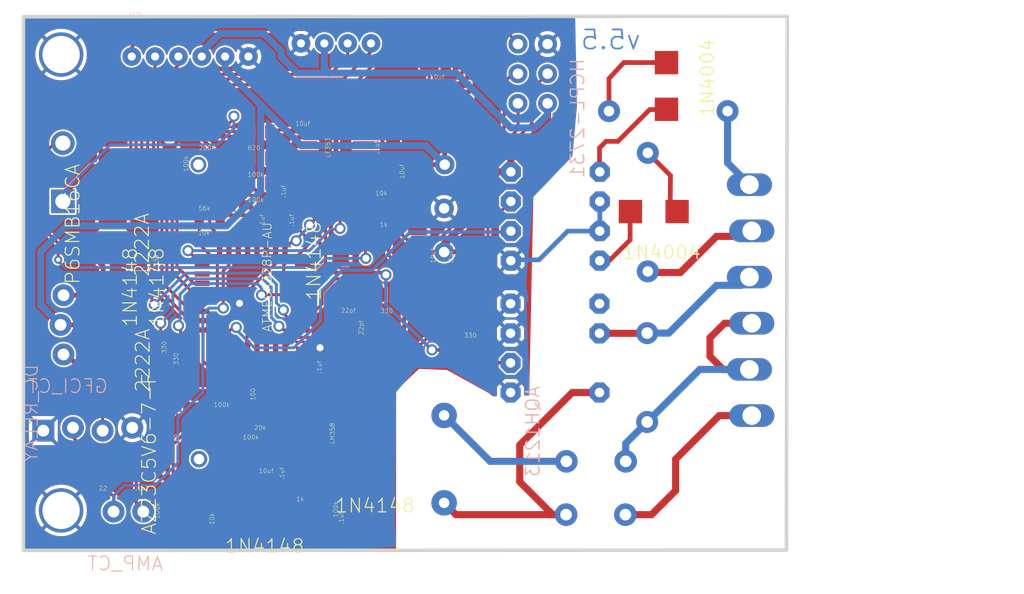
<source format=kicad_pcb>
(kicad_pcb (version 20221018) (generator pcbnew)
  (layers (0 "F.Cu" signal) (31 "B.Cu" signal) (34 "B.Paste" user) (35 "F.Paste" user) (36 "B.SilkS" user "B.Silkscreen") (37 "F.SilkS" user "F.Silkscreen") (38 "B.Mask" user) (39 "F.Mask" user) (44 "Edge.Cuts" user))
  (net 0 "")
  (net 1 "+5V")
  (net 2 "GND")
  (net 3 "RX-I")
  (net 4 "TX")
  (net 5 "RST")
  (net 6 "PWM")
  (net 7 "N$2")
  (net 8 "+12V")
  (net 9 "PILOT")
  (net 10 "MOSI")
  (net 11 "SCK")
  (net 12 "MISO")
  (net 13 "DC_RELAY_2")
  (net 14 "N$11")
  (net 15 "N$10")
  (net 16 "N$44")
  (net 17 "PILOTREAD")
  (net 18 "AC_TEST")
  (net 19 "SDA")
  (net 20 "SCL")
  (net 21 "GFCI_INT")
  (net 22 "-12V")
  (net 23 "N$8")
  (net 24 "N$20")
  (net 25 "N$23")
  (net 26 "N$24")
  (net 27 "N$25")
  (net 28 "N$26")
  (net 29 "N$4")
  (net 30 "N$5")
  (net 31 "N$21")
  (net 32 "GFCI_TEST")
  (net 33 "AC_RELAY_1")
  (net 34 "ADC6")
  (net 35 "ADC7")
  (net 36 "ACIN1")
  (net 37 "ACIN2")
  (net 38 "ACTEST2")
  (net 39 "ADC3")
  (net 40 "PP_READ")
  (net 41 "FUSEL")
  (net 42 "FUSEN")
  (net 43 "N$30")
  (net 44 "N$22")
  (net 45 "PP")
  (net 46 "DC_RELAY_1")
  (net 47 "AMP_READ")
  (net 48 "N$7")
  (net 49 "N$1")
  (net 50 "N$6")
  (net 51 "AC_TEST_2")
  (net 52 "ACTEST1")
  (net 53 "N$18")
  (net 54 "ACRELAY")
  (net 55 "N$9")
  (net 56 "N$12")
  (net 57 "N$13")
  (net 58 "N$17")
  (net 59 "N$19")
  (net 60 "N$27")
  (net 61 "N$28")
  (footprint "SOT23" (layer "F.Cu") (at 155.4099 79.9338 90)
    (fp_text reference "Q3" hide)
    (fp_text value "2222A")
  )
  (footprint "0805" (layer "F.Cu") (at 164.3761 76.6116)
    (fp_text reference "R10" hide)
    (fp_text value "10k")
  )
  (footprint "SO08" (layer "F.Cu") (at 174.2567 94.8436 90)
    (fp_text reference "IC3" hide)
    (fp_text value "LM358")
  )
  (footprint "SMA" (layer "F.Cu") (at 203.5175 65.405 90)
    (fp_text reference "D7" hide)
    (fp_text value "1N4004")
  )
  (footprint "0805" (layer "F.Cu") (at 164.4471 69.3166)
    (fp_text reference "R7" hide)
    (fp_text value "200k")
  )
  (footprint "0805" (layer "F.Cu") (at 161.8837 88.2746 -90)
    (fp_text reference "R23" hide)
    (fp_text value "330")
  )
  (footprint "0805" (layer "F.Cu") (at 168.6381 69.3166)
    (fp_text reference "R1" hide)
    (fp_text value "620")
  )
  (footprint "SMB" (layer "F.Cu") (at 156.0703 74.168 -90)
    (fp_text reference "TVS0" hide)
    (fp_text value "P6SMB16CA")
  )
  (footprint "0805" (layer "F.Cu") (at 165.1127 94.1324 180)
    (fp_text reference "R25" hide)
    (fp_text value "100k")
  )
  (footprint "EIA3216" (layer "F.Cu") (at 182.1833 78.8936 -90)
    (fp_text reference "C4" hide)
    (fp_text value "10uf")
  )
  (footprint "EIA3216" (layer "F.Cu") (at 182.2011 73.8036 90)
    (fp_text reference "C13" hide)
    (fp_text value "10uf")
  )
  (footprint "HOLE" (layer "F.Cu") (at 151.6507 101.8032)
    (fp_text reference "U$4" hide)
    (fp_text value "HOLE" hide)
  )
  (footprint "0805" (layer "F.Cu") (at 168.2115 94.1324)
    (fp_text reference "R14" hide)
    (fp_text value "100k")
  )
  (footprint "HOLE" (layer "F.Cu") (at 151.6507 62.7126)
    (fp_text reference "U$3" hide)
    (fp_text value "HOLE" hide)
  )
  (footprint "OSHW_8X150_NOTEXT" (layer "F.Cu") (at 203.5175 103.9876)
    (fp_text reference "LOGO1" hide)
    (fp_text value "OSHW_LOGO_8MILX0150-NT" hide)
  )
  (footprint "1206-CAP" (layer "F.Cu") (at 184.6011 63.1036)
    (fp_text reference "C5" hide)
    (fp_text value "10uf")
  )
  (footprint "0805" (layer "F.Cu") (at 180.0011 83.3036)
    (fp_text reference "R12" hide)
    (fp_text value "330")
  )
  (footprint "" (layer "F.Cu") (at 210.4513 62.6968)
    (fp_text reference "@HOLE0" hide)
    (fp_text value "")
  )
  (footprint "SMA" (layer "F.Cu") (at 202.4253 76.1746)
    (fp_text reference "D8" hide)
    (fp_text value "1N4004")
  )
  (footprint "0805" (layer "F.Cu") (at 176.6241 83.2612)
    (fp_text reference "C2" hide)
    (fp_text value "22pf")
  )
  (footprint "0805" (layer "F.Cu") (at 164.4217 74.4982)
    (fp_text reference "R5" hide)
    (fp_text value "56k")
  )
  (footprint "0805" (layer "F.Cu") (at 168.6381 73.7616)
    (fp_text reference "R8" hide)
    (fp_text value "100k")
  )
  (footprint "SOD123" (layer "F.Cu") (at 157.5435 85.0392 90)
    (fp_text reference "D5" hide)
    (fp_text value "1N4148")
  )
  (footprint "0805" (layer "F.Cu") (at 172.3771 89.0524 90)
    (fp_text reference "C8" hide)
    (fp_text value ".1uf")
  )
  (footprint "0805" (layer "F.Cu") (at 158.4103 79.9152 90)
    (fp_text reference "R11" hide)
    (fp_text value "330")
  )
  (footprint "0805" (layer "F.Cu") (at 170.0149 76.4794 90)
    (fp_text reference "C10" hide)
    (fp_text value ".1uf")
  )
  (footprint "0805" (layer "F.Cu") (at 168.2115 96.1136 180)
    (fp_text reference "R15" hide)
    (fp_text value "20k")
  )
  (footprint "SOT23" (layer "F.Cu") (at 155.4735 89.843 90)
    (fp_text reference "Q2" hide)
    (fp_text value "2222A")
  )
  (footprint "0805" (layer "F.Cu") (at 171.4627 102.235 180)
    (fp_text reference "R20" hide)
    (fp_text value "1k")
  )
  (footprint "0805" (layer "F.Cu") (at 163.1871 102.0268 90)
    (fp_text reference "R19" hide)
    (fp_text value "10k")
  )
  (footprint "0805" (layer "F.Cu") (at 174.2567 102.0064 90)
    (fp_text reference "C7" hide)
    (fp_text value ".1uf")
  )
  (footprint "0805" (layer "F.Cu") (at 172.1011 74.9036 -90)
    (fp_text reference "C15" hide)
    (fp_text value ".1uf")
  )
  (footprint "0805" (layer "F.Cu") (at 166.6875 91.3892 90)
    (fp_text reference "R18" hide)
    (fp_text value "100")
  )
  (footprint "0805" (layer "F.Cu") (at 180.1011 71.1036 -90)
    (fp_text reference "C16" hide)
    (fp_text value ".1uf")
  )
  (footprint "0805" (layer "F.Cu") (at 161.3027 102.1334 -90)
    (fp_text reference "R21" hide)
    (fp_text value "100k")
  )
  (footprint "SOD123" (layer "F.Cu") (at 175.6029 78.0288 -90)
    (fp_text reference "D6" hide)
    (fp_text value "1N4148")
  )
  (footprint "0805" (layer "F.Cu") (at 186.2455 88.1888 180)
    (fp_text reference "R29" hide)
    (fp_text value "330")
  )
  (footprint "0805" (layer "F.Cu") (at 158.9913 98.487)
    (fp_text reference "C11" hide)
    (fp_text value ".1uf")
  )
  (footprint "" (layer "F.Cu") (at 210.4545 101.762)
    (fp_text reference "@HOLE1" hide)
    (fp_text value "")
  )
  (footprint "TQFP32-08" (layer "F.Cu") (at 168.0301 83.5316 90)
    (fp_text reference "IC2" hide)
    (fp_text value "ATMEGA328P-AU")
  )
  (footprint "0805" (layer "F.Cu") (at 160.1073 88.3492 90)
    (fp_text reference "R24" hide)
    (fp_text value "330")
  )
  (footprint "SOT23" (layer "F.Cu") (at 162.3567 91.8878 -90)
    (fp_text reference "D1" hide)
    (fp_text value "AZ23C5V6-7-F")
  )
  (footprint "0805" (layer "F.Cu") (at 178.6001 75.9968 180)
    (fp_text reference "R2" hide)
    (fp_text value "10k")
  )
  (footprint "NX3225" (layer "F.Cu") (at 176.0347 86.6394 -90)
    (fp_text reference "Q1" hide)
    (fp_text value "16000" hide)
  )
  (footprint "0805" (layer "F.Cu") (at 178.7525 86.4922 -90)
    (fp_text reference "C1" hide)
    (fp_text value "22pf")
  )
  (footprint "SOD123" (layer "F.Cu") (at 155.2575 85.0392 90)
    (fp_text reference "D2" hide)
    (fp_text value "1N4148")
  )
  (footprint "0805" (layer "F.Cu") (at 178.6255 78.6892 180)
    (fp_text reference "R3" hide)
    (fp_text value "1k")
  )
  (footprint "0805" (layer "F.Cu") (at 171.9707 99.0854 -90)
    (fp_text reference "C9" hide)
    (fp_text value ".1uf")
  )
  (footprint "0805" (layer "F.Cu") (at 168.6381 71.6026)
    (fp_text reference "R9" hide)
    (fp_text value "100k")
  )
  (footprint "1206-CAP" (layer "F.Cu") (at 173.1011 67.1036)
    (fp_text reference "C6" hide)
    (fp_text value "10uf")
  )
  (footprint "0805" (layer "F.Cu") (at 155.8671 98.5124)
    (fp_text reference "R26" hide)
    (fp_text value "22")
  )
  (footprint "0805" (layer "F.Cu") (at 160.1679 95.3342 90)
    (fp_text reference "R17" hide)
    (fp_text value "412")
  )
  (footprint "0805" (layer "F.Cu") (at 176.5681 102.0064 -90)
    (fp_text reference "R16" hide)
    (fp_text value "100k")
  )
  (footprint "SO-8" (layer "F.Cu") (at 183.3011 67.2036 180)
    (fp_text reference "IC6" hide)
    (fp_text value "TC1044S" hide)
  )
  (footprint "0805" (layer "F.Cu") (at 186.4337 80.5214 -90)
    (fp_text reference "C3" hide)
    (fp_text value ".1uf")
  )
  (footprint "SOD123" (layer "F.Cu") (at 176.1617 99.0854)
    (fp_text reference "D3" hide)
    (fp_text value "1N4148")
  )
  (footprint "SO08" (layer "F.Cu") (at 175.1421 71.0856 -90)
    (fp_text reference "IC4" hide)
    (fp_text value "LF353")
  )
  (footprint "EIA3216" (layer "F.Cu") (at 168.1607 99.7458)
    (fp_text reference "C14" hide)
    (fp_text value "10uf")
  )
  (footprint "0805" (layer "F.Cu") (at 160.9471 71.7602 90)
    (fp_text reference "R6" hide)
    (fp_text value "100k")
  )
  (footprint "SOD123" (layer "F.Cu") (at 166.7129 102.5652)
    (fp_text reference "D4" hide)
    (fp_text value "1N4148")
  )
  (footprint "0805" (layer "F.Cu") (at 167.4861 76.5032 90)
    (fp_text reference "C12" hide)
    (fp_text value ".1uf")
  )
  (footprint "MOV" (layer "B.Cu") (at 199.3225 85.3264 90)
    (fp_text reference "U$1" hide)
    (fp_text value "MOV" hide)
  )
  (footprint "GFCI_4" (layer "B.Cu") (at 150.1267 94.8358)
    (fp_text reference "GFCI_CT0" hide)
    (fp_text value "GFCI_CT")
  )
  (footprint "JST6" (layer "B.Cu") (at 162.7011 62.6036 180)
    (fp_text reference "COMM0" hide)
    (fp_text value "JST6")
  )
  (footprint "BELFUSE1A" (layer "B.Cu") (at 193.2559 104.1654 90)
    (fp_text reference "F2" hide)
    (fp_text value "BEL1AFUSE" hide)
  )
  (footprint "AXIAL-0.4" (layer "B.Cu") (at 203.6699 67.564 180)
    (fp_text reference "R4" hide)
    (fp_text value "330k" hide)
  )
  (footprint "JST-VH-6" (layer "B.Cu") (at 210.8231 81.7914)
    (fp_text reference "AC0" hide)
    (fp_text value "JST-VH-6" hide)
  )
  (footprint "BELFUSE1A" (layer "B.Cu") (at 193.2813 99.5934 90)
    (fp_text reference "F1" hide)
    (fp_text value "BEL1AFUSE" hide)
  )
  (footprint "AVRISP" (layer "B.Cu") (at 192.0585 64.3546)
    (fp_text reference "ISP1" hide)
    (fp_text value "AVRISP-6" hide)
  )
  (footprint "AXIAL-0.4" (layer "B.Cu") (at 201.9173 76.2254 90)
    (fp_text reference "R22" hide)
    (fp_text value "330K" hide)
  )
  (footprint "MPM-04E-1205" (layer "B.Cu") (at 187.4647 104.902 180)
    (fp_text reference "PS1" hide)
    (fp_text value "MPM-04E-1205" hide)
  )
  (footprint "MOLEX_2" (layer "B.Cu") (at 157.4165 101.9048 180)
    (fp_text reference "AMP_CT0" hide)
    (fp_text value "AMP_CT")
  )
  (footprint "SCREWTERMINAL-5MM-2" (layer "B.Cu") (at 151.8011 75.3036 90)
    (fp_text reference "PILOT0" hide)
    (fp_text value "")
  )
  (footprint "OSHW_8X150_NOTEXT" (layer "B.Cu") (at 207.5307 104.0638 180)
    (fp_text reference "LOGO2" hide)
    (fp_text value "OSHW_LOGO_8MILX0150-NT" hide)
  )
  (footprint "JST-4-PTH-VERT" (layer "B.Cu") (at 175.2011 62.3036)
    (fp_text reference "I2C0" hide)
    (fp_text value "")
  )
  (footprint "DIP08" (layer "B.Cu") (at 193.9925 76.581 -90)
    (fp_text reference "IC1" hide)
    (fp_text value "HCPL-2731")
  )
  (footprint "MOLEX_3" (layer "B.Cu") (at 151.7285 85.891 90)
    (fp_text reference "DC_RELAY0" hide)
    (fp_text value "DC_RELAY")
  )
  (footprint "DIP7" (layer "B.Cu") (at 193.9671 87.884 90)
    (fp_text reference "IC5" hide)
    (fp_text value "AQH1213")
  )
  (gr_line (start 213.7897 105.2036) (end 148.4181 105.2306) (stroke (width 0.3048)) (layer "Edge.Cuts"))
  (gr_line (start 148.4181 105.2306) (end 148.4181 59.4734) (stroke (width 0.3048)) (layer "Edge.Cuts"))
  (gr_line (start 148.4181 59.4734) (end 213.8659 59.4274) (stroke (width 0.3048)) (layer "Edge.Cuts"))
  (gr_line (start 213.8659 59.4274) (end 213.7897 105.2036) (stroke (width 0.3048)) (layer "Edge.Cuts"))
  (gr_text "v5.5" (at 201.4011 62.4036) (layer "B.Cu") (effects (font (size 1.63576 1.63576) (thickness 0.14224)) (justify left bottom mirror)))
  (segment (start 172.8011 89.9144) (end 170.2673 89.9144) (width 0.254) (layer "F.Cu") (net 1))
  (segment (start 166.0271 94.118) (end 166.0127 94.1324) (width 0.254) (layer "F.Cu") (net 1))
  (segment (start 169.1201 76.4846) (end 165.4031 76.4846) (width 0.3048) (layer "F.Cu") (net 1))
  (segment (start 170.0301 79.239) (end 170.0465 79.2226) (width 0.254) (layer "F.Cu") (net 1))
  (segment (start 166.0491 73.9936) (end 166.5351 73.5076) (width 0.254) (layer "F.Cu") (net 1))
  (segment (start 167.6301 88.3638) (end 167.5765 88.4174) (width 0.254) (layer "F.Cu") (net 1))
  (segment (start 168.2115 92.3036) (end 167.3115 91.4036) (width 0.254) (layer "F.Cu") (net 1))
  (segment (start 169.2275 88.9254) (end 169.2529 88.9) (width 0.254) (layer "F.Cu") (net 1))
  (segment (start 171.842 98.0567) (end 171.831 98.0567) (width 0.254) (layer "F.Cu") (net 1))
  (segment (start 171.831 98.0567) (end 171.6405 97.8662) (width 0.254) (layer "F.Cu") (net 1))
  (segment (start 165.8081 90.078) (end 165.8081 91.4036) (width 0.254) (layer "F.Cu") (net 1))
  (segment (start 167.9941 82.6706) (end 167.9941 83.9456) (width 0.254) (layer "F.Cu") (net 1))
  (segment (start 171.6405 96.7486) (end 171.6405 97.8662) (width 0.254) (layer "F.Cu") (net 1))
  (segment (start 169.2529 88.9) (end 169.2529 87.847) (width 0.3048) (layer "F.Cu") (net 1))
  (segment (start 172.9011 89.8144) (end 172.4533 89.8144) (width 0.3048) (layer "F.Cu") (net 1))
  (segment (start 166.2303 85.1408) (end 167.0685 85.1408) (width 0.254) (layer "F.Cu") (net 1))
  (segment (start 181.0495 83.452) (end 180.9011 83.3036) (width 0.3048) (layer "F.Cu") (net 1))
  (segment (start 178.2413 89.9144) (end 181.0495 87.1062) (width 0.3048) (layer "F.Cu") (net 1))
  (segment (start 193.3285 66.8946) (end 193.3285 68.425) (width 0.6096) (layer "F.Cu") (net 1))
  (segment (start 169.2529 87.847) (end 169.2301 87.8242) (width 0.3048) (layer "F.Cu") (net 1))
  (segment (start 184.4953 79.6214) (end 186.4337 79.6214) (width 0.4064) (layer "F.Cu") (net 1))
  (segment (start 184.4647 78.966188) (end 184.4647 79.652) (width 0.6096) (layer "F.Cu") (net 1))
  (segment (start 182.1833 80.2936) (end 182.1833 82.0214) (width 0.4064) (layer "F.Cu") (net 1))
  (segment (start 173.5201 96.2406) (end 173.5201 92.5322) (width 0.254) (layer "F.Cu") (net 1))
  (segment (start 166.0127 93.509532) (end 166.0127 94.1324) (width 0.254) (layer "F.Cu") (net 1))
  (segment (start 164.4269 87.1474) (end 164.4269 88.6968) (width 0.254) (layer "F.Cu") (net 1))
  (segment (start 173.0375 96.7486) (end 173.0375 96.7232) (width 0.254) (layer "F.Cu") (net 1))
  (segment (start 169.2301 87.8242) (end 169.2731 87.8672) (width 0.3048) (layer "F.Cu") (net 1))
  (segment (start 180.0911 80.2936) (end 182.1833 80.2936) (width 0.254) (layer "F.Cu") (net 1))
  (segment (start 170.0911 79.2226) (end 170.0911 77.4556) (width 0.3048) (layer "F.Cu") (net 1))
  (segment (start 170.0301 80.6346) (end 170.0301 79.239) (width 0.254) (layer "F.Cu") (net 1))
  (segment (start 165.2761 74.2136) (end 165.3217 74.4982) (width 0.3048) (layer "F.Cu") (net 1))
  (segment (start 182.1833 82.0214) (end 180.9011 83.3036) (width 0.4064) (layer "F.Cu") (net 1))
  (segment (start 184.4647 79.652) (end 184.4953 79.6214) (width 0.4064) (layer "F.Cu") (net 1))
  (segment (start 169.1201 76.4846) (end 170.0149 77.3794) (width 0.3048) (layer "F.Cu") (net 1))
  (segment (start 172.3771 89.8906) (end 172.4533 89.8144) (width 0.254) (layer "F.Cu") (net 1))
  (segment (start 165.3471 73.9936) (end 166.0491 73.9936) (width 0.254) (layer "F.Cu") (net 1))
  (segment (start 173.5201 92.5322) (end 173.2915 92.3036) (width 0.254) (layer "F.Cu") (net 1))
  (segment (start 167.5765 85.6488) (end 167.5765 88.4174) (width 0.254) (layer "F.Cu") (net 1))
  (segment (start 169.2021 87.8586) (end 169.2021 85.1536) (width 0.254) (layer "F.Cu") (net 1))
  (segment (start 184.4647 79.652) (end 184.3937 79.2202) (width 0.4064) (layer "F.Cu") (net 1))
  (segment (start 167.0431 71.7296) (end 167.8051 71.7296) (width 0.254) (layer "F.Cu") (net 1))
  (segment (start 167.5765 88.4174) (end 167.5765 88.5952) (width 0.254) (layer "F.Cu") (net 1))
  (segment (start 167.8051 71.7296) (end 167.8051 71.6696) (width 0.254) (layer "F.Cu") (net 1))
  (segment (start 165.8081 93.304932) (end 166.0127 93.509532) (width 0.254) (layer "F.Cu") (net 1))
  (segment (start 166.5351 72.2376) (end 167.0431 71.7296) (width 0.254) (layer "F.Cu") (net 1))
  (segment (start 171.9707 98.1854) (end 171.842 98.0567) (width 0.254) (layer "F.Cu") (net 1))
  (segment (start 179.7011 78.8648) (end 179.7011 79.9036) (width 0.254) (layer "F.Cu") (net 1))
  (segment (start 179.5255 78.6892) (end 179.7011 78.8648) (width 0.254) (layer "F.Cu") (net 1))
  (segment (start 190.1825 71.571) (end 190.1825 72.771) (width 0.6096) (layer "F.Cu") (net 1))
  (segment (start 165.8081 91.4036) (end 165.8081 93.304932) (width 0.254) (layer "F.Cu") (net 1))
  (segment (start 166.5351 73.5076) (end 166.5351 72.2376) (width 0.254) (layer "F.Cu") (net 1))
  (segment (start 166.0127 94.1324) (end 167.3115 94.1324) (width 0.254) (layer "F.Cu") (net 1))
  (segment (start 188.7825 72.771) (end 186.5859 74.9676) (width 0.6096) (layer "F.Cu") (net 1))
  (segment (start 165.3667 86.2076) (end 164.4269 87.1474) (width 0.254) (layer "F.Cu") (net 1))
  (segment (start 164.4269 88.6968) (end 165.8081 90.078) (width 0.254) (layer "F.Cu") (net 1))
  (segment (start 167.9941 82.6706) (end 170.0301 80.6346) (width 0.254) (layer "F.Cu") (net 1))
  (segment (start 182.1833 80.2936) (end 182.8249 79.652) (width 0.4064) (layer "F.Cu") (net 1))
  (segment (start 167.9067 88.9254) (end 169.2275 88.9254) (width 0.254) (layer "F.Cu") (net 1))
  (segment (start 186.5859 74.9676) (end 186.5859 76.844988) (width 0.6096) (layer "F.Cu") (net 1))
  (segment (start 167.3115 91.4036) (end 165.8081 91.4036) (width 0.254) (layer "F.Cu") (net 1))
  (segment (start 181.0495 87.1062) (end 181.0495 83.452) (width 0.3048) (layer "F.Cu") (net 1))
  (segment (start 179.7011 79.9036) (end 180.0911 80.2936) (width 0.254) (layer "F.Cu") (net 1))
  (segment (start 171.6405 96.7486) (end 173.0375 96.7486) (width 0.254) (layer "F.Cu") (net 1))
  (segment (start 186.5859 76.844988) (end 184.4647 78.966188) (width 0.6096) (layer "F.Cu") (net 1))
  (segment (start 172.3771 89.9524) (end 172.3771 89.8906) (width 0.254) (layer "F.Cu") (net 1))
  (segment (start 173.2915 92.3036) (end 168.2115 92.3036) (width 0.254) (layer "F.Cu") (net 1))
  (segment (start 172.8011 89.9144) (end 172.9011 89.8144) (width 0.254) (layer "F.Cu") (net 1))
  (segment (start 173.0375 96.7232) (end 173.5201 96.2406) (width 0.254) (layer "F.Cu") (net 1))
  (segment (start 178.2413 89.9144) (end 172.8011 89.9144) (width 0.3048) (layer "F.Cu") (net 1))
  (segment (start 169.2021 85.1536) (end 167.9941 83.9456) (width 0.254) (layer "F.Cu") (net 1))
  (segment (start 190.1825 72.771) (end 188.7825 72.771) (width 0.6096) (layer "F.Cu") (net 1))
  (segment (start 167.0685 85.1408) (end 167.5765 85.6488) (width 0.254) (layer "F.Cu") (net 1))
  (segment (start 170.0911 77.4556) (end 170.0149 77.3794) (width 0.3048) (layer "F.Cu") (net 1))
  (segment (start 182.8249 79.652) (end 184.4647 79.652) (width 0.4064) (layer "F.Cu") (net 1))
  (segment (start 165.4031 76.4846) (end 165.2761 76.6116) (width 0.3048) (layer "F.Cu") (net 1))
  (segment (start 167.5765 88.5952) (end 167.9067 88.9254) (width 0.254) (layer "F.Cu") (net 1))
  (segment (start 165.3667 86.0044) (end 166.2303 85.1408) (width 0.254) (layer "F.Cu") (net 1))
  (segment (start 165.3471 73.9936) (end 165.3217 74.4982) (width 0.254) (layer "F.Cu") (net 1))
  (segment (start 165.3667 86.2076) (end 165.3667 86.0044) (width 0.254) (layer "F.Cu") (net 1))
  (segment (start 167.6301 87.8242) (end 167.6301 88.3638) (width 0.254) (layer "F.Cu") (net 1))
  (segment (start 167.8051 71.6696) (end 167.7381 71.6026) (width 0.254) (layer "F.Cu") (net 1))
  (segment (start 169.2529 88.9) (end 170.2673 89.9144) (width 0.3048) (layer "F.Cu") (net 1))
  (segment (start 193.3285 68.425) (end 190.1825 71.571) (width 0.6096) (layer "F.Cu") (net 1))
  (segment (start 165.2761 76.6116) (end 165.2761 74.2136) (width 0.3048) (layer "F.Cu") (net 1))
  (segment (start 193.3285 66.8946) (end 193.3067 66.9164) (width 0.6096) (layer "B.Cu") (net 1))
  (segment (start 171.9011 64.3036) (end 174.6011 64.3036) (width 0.6096) (layer "B.Cu") (net 1))
  (segment (start 170.5011 62.4036) (end 170.5011 62.9036) (width 0.6096) (layer "B.Cu") (net 1))
  (segment (start 174.6011 64.3036) (end 174.2011 63.9036) (width 0.6096) (layer "B.Cu") (net 1))
  (segment (start 174.2011 63.9036) (end 174.2011 61.7536) (width 0.6096) (layer "B.Cu") (net 1))
  (segment (start 192.197568 69.0036) (end 193.2976 67.903569) (width 0.6096) (layer "B.Cu") (net 1))
  (segment (start 193.3067 66.9164) (end 193.2976 67.903569) (width 0.4064) (layer "B.Cu") (net 1))
  (segment (start 165.2811 60.9036) (end 163.7011 62.4836) (width 0.6096) (layer "B.Cu") (net 1))
  (segment (start 170.5011 62.9036) (end 171.9011 64.3036) (width 0.6096) (layer "B.Cu") (net 1))
  (segment (start 163.7011 62.8836) (end 163.7011 62.4836) (width 0.6096) (layer "B.Cu") (net 1))
  (segment (start 190.2011 69.0036) (end 185.5011 64.3036) (width 0.6096) (layer "B.Cu") (net 1))
  (segment (start 169.0011 60.9036) (end 170.5011 62.4036) (width 0.6096) (layer "B.Cu") (net 1))
  (segment (start 192.197568 69.0036) (end 190.2011 69.0036) (width 0.6096) (layer "B.Cu") (net 1))
  (segment (start 169.0011 60.9036) (end 165.2811 60.9036) (width 0.6096) (layer "B.Cu") (net 1))
  (segment (start 185.5011 64.3036) (end 174.6011 64.3036) (width 0.6096) (layer "B.Cu") (net 1))
  (segment (start 167.6301 80.2599) (end 167.4 80.49) (width 0.2) (layer "F.Cu") (net 2))
  (segment (start 166.8301 89.0401) (end 166.9 89.11) (width 0.2) (layer "F.Cu") (net 2))
  (segment (start 168.4301 87.8242) (end 168.4301 86.5901) (width 0.2) (layer "F.Cu") (net 2))
  (segment (start 166.8301 87.8242) (end 166.8301 89.0401) (width 0.2) (layer "F.Cu") (net 2))
  (segment (start 168.4301 86.5901) (end 168.33 86.49) (width 0.2) (layer "F.Cu") (net 2))
  (segment (start 167.6301 79.239) (end 167.6301 80.2599) (width 0.2) (layer "F.Cu") (net 2))
  (via (at 173.8353 87.8498) (size 0.9556) (drill 0.6) (layers "F.Cu" "B.Cu") (net 2))
  (via (at 166.9353 84.0498) (size 0.9556) (drill 0.6) (layers "F.Cu" "B.Cu") (net 2))
  (segment (start 197.8025 75.311) (end 197.8025 77.851) (width 0.4064) (layer "B.Cu") (net 2))
  (segment (start 192.5955 80.3148) (end 190.2587 80.3148) (width 0.4064) (layer "B.Cu") (net 2))
  (segment (start 195.0593 77.851) (end 192.5955 80.3148) (width 0.4064) (layer "B.Cu") (net 2))
  (segment (start 197.8025 77.851) (end 195.0593 77.851) (width 0.4064) (layer "B.Cu") (net 2))
  (segment (start 190.2587 80.3148) (end 190.1825 80.391) (width 0.4064) (layer "B.Cu") (net 2))
  (segment (start 158.0769 73.565285) (end 158.0769 67.2278) (width 0.254) (layer "F.Cu") (net 3))
  (segment (start 162.7731 84.7316) (end 160.7153 82.6738) (width 0.254) (layer "F.Cu") (net 3))
  (segment (start 158.0769 67.2278) (end 161.7011 63.6036) (width 0.254) (layer "F.Cu") (net 3))
  (segment (start 163.7375 84.7316) (end 162.7731 84.7316) (width 0.254) (layer "F.Cu") (net 3))
  (segment (start 160.7153 76.148719) (end 160.7153 82.6738) (width 0.254) (layer "F.Cu") (net 3))
  (segment (start 161.7011 63.6036) (end 161.7011 62.8836) (width 0.254) (layer "F.Cu") (net 3))
  (segment (start 160.7153 76.148719) (end 158.0769 73.565285) (width 0.254) (layer "F.Cu") (net 3))
  (segment (start 159.7011 64.8036) (end 159.7011 62.8836) (width 0.254) (layer "F.Cu") (net 4))
  (segment (start 160.2835 83.084107) (end 160.2835 76.327075) (width 0.254) (layer "F.Cu") (net 4))
  (segment (start 157.6197 73.732922) (end 157.6197 66.885) (width 0.254) (layer "F.Cu") (net 4))
  (segment (start 162.6841 85.5316) (end 160.2835 83.084107) (width 0.254) (layer "F.Cu") (net 4))
  (segment (start 160.2835 76.327075) (end 157.6197 73.732922) (width 0.254) (layer "F.Cu") (net 4))
  (segment (start 163.7375 85.5316) (end 162.6841 85.5316) (width 0.254) (layer "F.Cu") (net 4))
  (segment (start 157.6197 66.885) (end 159.7011 64.8036) (width 0.254) (layer "F.Cu") (net 4))
  (segment (start 181.443271 60.561429) (end 159.223271 60.561429) (width 0.254) (layer "F.Cu") (net 5))
  (segment (start 164.7571 83.82) (end 163.8491 83.82) (width 0.254) (layer "F.Cu") (net 5))
  (segment (start 159.5755 68.3292) (end 159.5755 73.0504) (width 0.254) (layer "F.Cu") (net 5))
  (segment (start 163.8491 83.82) (end 163.7375 83.9316) (width 0.254) (layer "F.Cu") (net 5))
  (segment (start 163.2287 76.7036) (end 163.4871 76.7036) (width 0.254) (layer "F.Cu") (net 5))
  (segment (start 190.7885 61.7202) (end 189.630593 60.562294) (width 0.254) (layer "F.Cu") (net 5))
  (segment (start 165.0365 83.5406) (end 165.0365 80.518) (width 0.254) (layer "F.Cu") (net 5))
  (segment (start 159.223271 60.561429) (end 157.7011 62.0836) (width 0.254) (layer "F.Cu") (net 5))
  (segment (start 163.4871 78.9686) (end 163.4871 76.7036) (width 0.254) (layer "F.Cu") (net 5))
  (segment (start 162.6011 65.3036) (end 159.5755 68.3292) (width 0.254) (layer "F.Cu") (net 5))
  (segment (start 176.7011 65.3036) (end 162.6011 65.3036) (width 0.254) (layer "F.Cu") (net 5))
  (segment (start 164.7571 83.82) (end 165.0365 83.5406) (width 0.254) (layer "F.Cu") (net 5))
  (segment (start 157.7011 62.8836) (end 157.7011 62.0836) (width 0.254) (layer "F.Cu") (net 5))
  (segment (start 159.5755 73.0504) (end 163.2287 76.7036) (width 0.254) (layer "F.Cu") (net 5))
  (segment (start 163.4871 76.7036) (end 163.4871 76.4956) (width 0.254) (layer "F.Cu") (net 5))
  (segment (start 190.7885 61.8146) (end 190.7885 61.7202) (width 0.254) (layer "F.Cu") (net 5))
  (segment (start 181.443271 60.561429) (end 176.7011 65.3036) (width 0.254) (layer "F.Cu") (net 5))
  (segment (start 189.630593 60.562294) (end 159.223271 60.561429) (width 0.254) (layer "F.Cu") (net 5))
  (segment (start 163.4871 78.9686) (end 165.0365 80.518) (width 0.254) (layer "F.Cu") (net 5))
  (segment (start 171.0801 72.2614) (end 171.5611 71.7804) (width 0.254) (layer "F.Cu") (net 6))
  (segment (start 171.2849 82.3468) (end 172.3075 82.3468) (width 0.254) (layer "F.Cu") (net 6))
  (segment (start 172.7103 79.161) (end 172.7103 78.4128) (width 0.254) (layer "F.Cu") (net 6))
  (segment (start 170.7515 80.7466) (end 171.4881 80.01) (width 0.254) (layer "F.Cu") (net 6))
  (segment (start 172.7103 78.4128) (end 171.0801 76.7826) (width 0.254) (layer "F.Cu") (net 6))
  (segment (start 171.5611 71.7804) (end 172.4661 71.7804) (width 0.254) (layer "F.Cu") (net 6))
  (segment (start 171.4881 80.01) (end 171.8613 80.01) (width 0.254) (layer "F.Cu") (net 6))
  (segment (start 170.7261 80.7466) (end 170.7515 80.7466) (width 0.254) (layer "F.Cu") (net 6))
  (segment (start 170.7261 80.7466) (end 170.7261 81.788) (width 0.254) (layer "F.Cu") (net 6))
  (segment (start 171.8613 80.01) (end 172.7103 79.161) (width 0.254) (layer "F.Cu") (net 6))
  (segment (start 171.0801 76.7826) (end 171.0801 72.2614) (width 0.254) (layer "F.Cu") (net 6))
  (segment (start 172.4661 71.7804) (end 172.5259 71.7206) (width 0.254) (layer "F.Cu") (net 6))
  (segment (start 172.3075 82.3468) (end 172.3227 82.3316) (width 0.254) (layer "F.Cu") (net 6))
  (segment (start 170.7261 81.788) (end 171.2849 82.3468) (width 0.254) (layer "F.Cu") (net 6))
  (segment (start 158.3417 80.8838) (end 158.4103 80.8152) (width 0.254) (layer "F.Cu") (net 7))
  (segment (start 156.5099 80.8838) (end 158.3417 80.8838) (width 0.254) (layer "F.Cu") (net 7))
  (segment (start 180.1011 70.2036) (end 180.0011 70.1036) (width 0.3048) (layer "F.Cu") (net 8))
  (segment (start 157.5435 86.9392) (end 155.2575 86.9392) (width 0.4064) (layer "F.Cu") (net 8))
  (segment (start 177.8303 69.1086) (end 177.7583 69.1806) (width 0.4064) (layer "F.Cu") (net 8))
  (segment (start 180.6214 69.1086) (end 180.0011 69.1086) (width 0.4064) (layer "F.Cu") (net 8))
  (segment (start 184.5147 72.152) (end 184.5147 70.5747) (width 0.4064) (layer "F.Cu") (net 8))
  (segment (start 154.2297 85.891) (end 155.2067 86.868) (width 0.4064) (layer "F.Cu") (net 8))
  (segment (start 184.5147 70.5747) (end 185.9808 69.1086) (width 0.4064) (layer "F.Cu") (net 8))
  (segment (start 180.0011 69.1086) (end 177.8303 69.1086) (width 0.4064) (layer "F.Cu") (net 8))
  (segment (start 155.1355 86.9392) (end 155.2067 86.868) (width 0.4064) (layer "F.Cu") (net 8))
  (segment (start 155.2575 86.9392) (end 155.1355 86.9392) (width 0.6096) (layer "F.Cu") (net 8))
  (segment (start 182.4527 72.152) (end 184.5147 72.152) (width 0.4064) (layer "F.Cu") (net 8))
  (segment (start 151.6015 85.891) (end 154.2297 85.891) (width 0.4064) (layer "F.Cu") (net 8))
  (segment (start 182.2011 72.4036) (end 182.4527 72.152) (width 0.4064) (layer "F.Cu") (net 8))
  (segment (start 180.0011 70.1036) (end 180.0011 69.1086) (width 0.3048) (layer "F.Cu") (net 8))
  (segment (start 185.9808 69.1086) (end 180.6214 69.1086) (width 0.4064) (layer "F.Cu") (net 8))
  (segment (start 168.7499 74.4678) (end 165.8141 77.4036) (width 0.6096) (layer "B.Cu") (net 8))
  (segment (start 182.8823 70.5196) (end 172.2339 70.5196) (width 0.6096) (layer "B.Cu") (net 8))
  (segment (start 149.9011 84.1906) (end 151.6015 85.891) (width 0.6096) (layer "B.Cu") (net 8))
  (segment (start 184.5147 72.152) (end 182.8823 70.5196) (width 0.6096) (layer "B.Cu") (net 8))
  (segment (start 152.1011 77.4036) (end 149.9011 79.6036) (width 0.6096) (layer "B.Cu") (net 8))
  (segment (start 165.7011 63.9868) (end 168.7499 67.0356) (width 0.6096) (layer "B.Cu") (net 8))
  (segment (start 149.9011 79.6036) (end 149.9011 84.1906) (width 0.6096) (layer "B.Cu") (net 8))
  (segment (start 168.7499 67.0356) (end 172.2339 70.5196) (width 0.6096) (layer "B.Cu") (net 8))
  (segment (start 168.7499 67.0356) (end 168.7499 74.4678) (width 0.6096) (layer "B.Cu") (net 8))
  (segment (start 165.7011 62.8836) (end 165.7011 63.9868) (width 0.6096) (layer "B.Cu") (net 8))
  (segment (start 165.8141 77.4036) (end 152.1011 77.4036) (width 0.6096) (layer "B.Cu") (net 8))
  (segment (start 151.8011 75.3036) (end 151.8011 74.8036) (width 0.4064) (layer "F.Cu") (net 9))
  (segment (start 166.4589 68.2048) (end 165.3471 69.3166) (width 0.254) (layer "F.Cu") (net 9))
  (segment (start 167.7381 69.3166) (end 165.3471 69.3166) (width 0.254) (layer "F.Cu") (net 9))
  (segment (start 155.7347 72.3036) (end 154.3011 72.3036) (width 0.4064) (layer "F.Cu") (net 9))
  (segment (start 166.4589 67.9958) (end 166.4589 68.2048) (width 0.254) (layer "F.Cu") (net 9))
  (segment (start 151.8011 74.8036) (end 154.3011 72.3036) (width 0.4064) (layer "F.Cu") (net 9))
  (via (at 166.4589 67.9958) (size 0.9556) (drill 0.6) (layers "F.Cu" "B.Cu") (net 9))
  (segment (start 165.0667 70.4548) (end 155.8719 70.4548) (width 0.254) (layer "B.Cu") (net 9))
  (segment (start 166.4589 67.9958) (end 166.4589 69.0626) (width 0.254) (layer "B.Cu") (net 9))
  (segment (start 151.8011 74.5256) (end 151.8011 75.3036) (width 0.254) (layer "B.Cu") (net 9))
  (segment (start 155.8719 70.4548) (end 151.8011 74.5256) (width 0.254) (layer "B.Cu") (net 9))
  (segment (start 166.4589 69.0626) (end 165.0667 70.4548) (width 0.254) (layer "B.Cu") (net 9))
  (segment (start 173.2661 81.6356) (end 172.4267 81.6356) (width 0.254) (layer "F.Cu") (net 10))
  (segment (start 186.0017 76.603) (end 186.0017 74.603) (width 0.254) (layer "F.Cu") (net 10))
  (segment (start 184.0011 78.6036) (end 186.0017 76.603) (width 0.254) (layer "F.Cu") (net 10))
  (segment (start 192.0011 65.682) (end 193.3285 64.3546) (width 0.254) (layer "F.Cu") (net 10))
  (segment (start 186.0017 74.603) (end 192.0011 68.6036) (width 0.254) (layer "F.Cu") (net 10))
  (segment (start 174.3075 75.411) (end 175.1155 74.603) (width 0.254) (layer "F.Cu") (net 10))
  (segment (start 174.0281 80.899) (end 173.2661 81.6356) (width 0.254) (layer "F.Cu") (net 10))
  (segment (start 192.0011 68.6036) (end 192.0011 65.682) (width 0.254) (layer "F.Cu") (net 10))
  (segment (start 172.4267 81.6356) (end 172.3227 81.5316) (width 0.254) (layer "F.Cu") (net 10))
  (segment (start 174.3075 80.6196) (end 174.0281 80.899) (width 0.254) (layer "F.Cu") (net 10))
  (segment (start 174.3075 75.411) (end 174.3075 80.6196) (width 0.254) (layer "F.Cu") (net 10))
  (segment (start 180.3005 74.603) (end 180.9011 75.2036) (width 0.254) (layer "F.Cu") (net 10))
  (segment (start 181.3011 78.6036) (end 184.0011 78.6036) (width 0.254) (layer "F.Cu") (net 10))
  (segment (start 175.1155 74.603) (end 180.3005 74.603) (width 0.254) (layer "F.Cu") (net 10))
  (segment (start 180.9011 78.2036) (end 181.3011 78.6036) (width 0.254) (layer "F.Cu") (net 10))
  (segment (start 180.9011 75.2036) (end 180.9011 78.2036) (width 0.254) (layer "F.Cu") (net 10))
  (segment (start 171.4961 78.6796) (end 171.7961 78.6796) (width 0.254) (layer "F.Cu") (net 11))
  (segment (start 174.6583 73.687) (end 185.5177 73.687) (width 0.254) (layer "F.Cu") (net 11))
  (segment (start 171.4961 78.6796) (end 170.9367 79.239) (width 0.254) (layer "F.Cu") (net 11))
  (segment (start 170.8301 79.239) (end 170.9367 79.239) (width 0.254) (layer "F.Cu") (net 11))
  (segment (start 174.6583 73.687) (end 173.3359 75.0094) (width 0.254) (layer "F.Cu") (net 11))
  (segment (start 185.5177 73.687) (end 189.6011 69.6036) (width 0.254) (layer "F.Cu") (net 11))
  (segment (start 173.3359 76.9094) (end 172.9359 77.3094) (width 0.254) (layer "F.Cu") (net 11))
  (segment (start 173.3359 75.0094) (end 173.3359 76.9094) (width 0.254) (layer "F.Cu") (net 11))
  (segment (start 189.6011 65.1036) (end 190.3501 64.3546) (width 0.254) (layer "F.Cu") (net 11))
  (segment (start 190.3501 64.3546) (end 190.7885 64.3546) (width 0.254) (layer "F.Cu") (net 11))
  (segment (start 189.6011 69.6036) (end 189.6011 65.1036) (width 0.254) (layer "F.Cu") (net 11))
  (via (at 171.7961 78.6796) (size 0.9556) (drill 0.6) (layers "F.Cu" "B.Cu") (net 11))
  (via (at 172.9359 77.3094) (size 0.9556) (drill 0.6) (layers "F.Cu" "B.Cu") (net 11))
  (segment (start 172.9359 77.3094) (end 172.9359 77.4256) (width 0.254) (layer "B.Cu") (net 11))
  (segment (start 171.7961 78.6796) (end 171.7961 78.5654) (width 0.254) (layer "B.Cu") (net 11))
  (segment (start 172.9359 77.4256) (end 171.7961 78.5654) (width 0.254) (layer "B.Cu") (net 11))
  (segment (start 190.8011 69.1036) (end 190.8011 66.9072) (width 0.254) (layer "F.Cu") (net 12))
  (segment (start 173.8249 75.2316) (end 173.8249 80.1624) (width 0.254) (layer "F.Cu") (net 12))
  (segment (start 172.3631 80.772) (end 173.2153 80.772) (width 0.254) (layer "F.Cu") (net 12))
  (segment (start 190.8011 66.9072) (end 190.7885 66.8946) (width 0.254) (layer "F.Cu") (net 12))
  (segment (start 172.3227 80.7316) (end 172.3631 80.772) (width 0.254) (layer "F.Cu") (net 12))
  (segment (start 174.8869 74.1696) (end 173.8249 75.2316) (width 0.254) (layer "F.Cu") (net 12))
  (segment (start 185.7351 74.1696) (end 190.8011 69.1036) (width 0.254) (layer "F.Cu") (net 12))
  (segment (start 173.8249 80.1624) (end 173.2153 80.772) (width 0.254) (layer "F.Cu") (net 12))
  (segment (start 174.8869 74.1696) (end 185.7351 74.1696) (width 0.254) (layer "F.Cu") (net 12))
  (segment (start 159.6263 84.1502) (end 159.4263 83.9502) (width 0.254) (layer "F.Cu") (net 13))
  (segment (start 170.8047 85.0072) (end 171.3291 85.5316) (width 0.254) (layer "F.Cu") (net 13))
  (segment (start 170.8047 84.7176) (end 170.8047 85.0072) (width 0.254) (layer "F.Cu") (net 13))
  (segment (start 159.4263 79.302) (end 159.4263 83.9502) (width 0.254) (layer "F.Cu") (net 13))
  (segment (start 170.6943 84.6072) (end 170.8047 84.7176) (width 0.254) (layer "F.Cu") (net 13))
  (segment (start 158.4653 79.0702) (end 158.4103 79.0152) (width 0.254) (layer "F.Cu") (net 13))
  (segment (start 171.3291 85.5316) (end 172.3481 85.5316) (width 0.254) (layer "F.Cu") (net 13))
  (segment (start 159.4263 79.302) (end 159.1945 79.0702) (width 0.254) (layer "F.Cu") (net 13))
  (segment (start 159.1945 79.0702) (end 158.4653 79.0702) (width 0.254) (layer "F.Cu") (net 13))
  (via (at 170.6943 84.6072) (size 0.9556) (drill 0.6) (layers "F.Cu" "B.Cu") (net 13))
  (via (at 159.6263 84.1502) (size 0.9556) (drill 0.6) (layers "F.Cu" "B.Cu") (net 13))
  (segment (start 170.0943 82.4072) (end 169.1449 81.4578) (width 0.254) (layer "B.Cu") (net 13))
  (segment (start 170.6943 84.6072) (end 170.0943 84.0072) (width 0.254) (layer "B.Cu") (net 13))
  (segment (start 169.1449 81.4578) (end 162.3187 81.4578) (width 0.254) (layer "B.Cu") (net 13))
  (segment (start 162.3187 81.4578) (end 159.6263 84.1502) (width 0.254) (layer "B.Cu") (net 13))
  (segment (start 170.0943 82.4072) (end 170.0943 84.0072) (width 0.254) (layer "B.Cu") (net 13))
  (segment (start 169.6741 69.1806) (end 172.5259 69.1806) (width 0.254) (layer "F.Cu") (net 14))
  (segment (start 169.6741 69.1806) (end 169.5381 69.3166) (width 0.254) (layer "F.Cu") (net 14))
  (segment (start 170.9141 70.4506) (end 172.5259 70.4506) (width 0.3048) (layer "F.Cu") (net 15))
  (segment (start 169.5381 71.6026) (end 169.4111 71.4756) (width 0.3048) (layer "F.Cu") (net 15))
  (segment (start 169.4111 71.4756) (end 169.8891 71.4756) (width 0.3048) (layer "F.Cu") (net 15))
  (segment (start 169.5381 73.7616) (end 169.5381 71.6026) (width 0.3048) (layer "F.Cu") (net 15))
  (segment (start 169.8891 71.4756) (end 170.9141 70.4506) (width 0.3048) (layer "F.Cu") (net 15))
  (segment (start 167.4861 77.4032) (end 168.4301 78.3472) (width 0.3048) (layer "F.Cu") (net 16))
  (segment (start 168.4301 79.239) (end 168.4301 78.3472) (width 0.3048) (layer "F.Cu") (net 16))
  (segment (start 165.2651 79.274) (end 165.2651 79.3496) (width 0.254) (layer "F.Cu") (net 17))
  (segment (start 165.2191 71.4232) (end 165.2191 72.7916) (width 0.3048) (layer "F.Cu") (net 17))
  (segment (start 160.9471 73.664404) (end 160.9471 72.6602) (width 0.254) (layer "F.Cu") (net 17))
  (segment (start 163.5217 74.4982) (end 161.769375 74.4982) (width 0.254) (layer "F.Cu") (net 17))
  (segment (start 165.2651 79.3496) (end 165.1381 79.3496) (width 0.254) (layer "F.Cu") (net 17))
  (segment (start 163.5217 74.489) (end 163.5217 74.4982) (width 0.3048) (layer "F.Cu") (net 17))
  (segment (start 161.769375 74.4982) (end 160.9471 73.664404) (width 0.254) (layer "F.Cu") (net 17))
  (segment (start 164.3761 75.3272) (end 164.3761 77.4446) (width 0.254) (layer "F.Cu") (net 17))
  (segment (start 164.3761 77.4446) (end 165.1381 78.2066) (width 0.254) (layer "F.Cu") (net 17))
  (segment (start 165.1381 78.2066) (end 165.1381 79.3496) (width 0.254) (layer "F.Cu") (net 17))
  (segment (start 165.2301 79.239) (end 165.2651 79.274) (width 0.254) (layer "F.Cu") (net 17))
  (segment (start 163.5471 69.3166) (end 163.5471 69.7512) (width 0.3048) (layer "F.Cu") (net 17))
  (segment (start 163.5217 74.4982) (end 164.3761 75.3272) (width 0.254) (layer "F.Cu") (net 17))
  (segment (start 165.2191 72.7916) (end 163.5217 74.489) (width 0.3048) (layer "F.Cu") (net 17))
  (segment (start 163.5471 69.7512) (end 165.2191 71.4232) (width 0.3048) (layer "F.Cu") (net 17))
  (segment (start 167.7035 90.3986) (end 167.7035 89.9922) (width 0.254) (layer "F.Cu") (net 18))
  (segment (start 168.6179 91.313) (end 178.7223 91.313) (width 0.254) (layer "F.Cu") (net 18))
  (segment (start 168.6179 91.313) (end 167.7035 90.3986) (width 0.254) (layer "F.Cu") (net 18))
  (segment (start 167.4495 89.7382) (end 166.2303 89.7382) (width 0.254) (layer "F.Cu") (net 18))
  (segment (start 188.2187 81.8166) (end 188.2187 77.2748) (width 0.254) (layer "F.Cu") (net 18))
  (segment (start 188.2187 77.2748) (end 190.1825 75.311) (width 0.254) (layer "F.Cu") (net 18))
  (segment (start 165.1889 88.6968) (end 165.1889 87.8654) (width 0.254) (layer "F.Cu") (net 18))
  (segment (start 178.7223 91.313) (end 188.2187 81.8166) (width 0.254) (layer "F.Cu") (net 18))
  (segment (start 166.2303 89.7382) (end 165.1889 88.6968) (width 0.254) (layer "F.Cu") (net 18))
  (segment (start 167.7035 89.9922) (end 167.4495 89.7382) (width 0.254) (layer "F.Cu") (net 18))
  (segment (start 165.1889 87.8654) (end 165.2301 87.8242) (width 0.254) (layer "F.Cu") (net 18))
  (segment (start 161.5805 80.8974) (end 161.5805 75.7682) (width 0.254) (layer "F.Cu") (net 19))
  (segment (start 178.2011 62.468135) (end 178.2011 61.7536) (width 0.254) (layer "F.Cu") (net 19))
  (segment (start 178.2011 62.468135) (end 175.859234 64.81) (width 0.254) (layer "F.Cu") (net 19))
  (segment (start 162.244175 64.81) (end 175.859234 64.81) (width 0.254) (layer "F.Cu") (net 19))
  (segment (start 163.0401 82.357) (end 161.5805 80.8974) (width 0.254) (layer "F.Cu") (net 19))
  (segment (start 163.7375 82.3316) (end 163.0401 82.357) (width 0.254) (layer "F.Cu") (net 19))
  (segment (start 159.0675 67.986672) (end 162.244175 64.81) (width 0.254) (layer "F.Cu") (net 19))
  (segment (start 161.5805 75.7682) (end 159.0675 73.2552) (width 0.254) (layer "F.Cu") (net 19))
  (segment (start 159.0675 73.2552) (end 159.0675 67.986672) (width 0.254) (layer "F.Cu") (net 19))
  (segment (start 174.7011 64.4036) (end 176.2011 62.9036) (width 0.254) (layer "F.Cu") (net 20))
  (segment (start 163.7375 83.1316) (end 163.0019 83.1824) (width 0.254) (layer "F.Cu") (net 20))
  (segment (start 163.0019 83.1824) (end 161.1725 81.353) (width 0.254) (layer "F.Cu") (net 20))
  (segment (start 158.5595 67.719938) (end 161.875837 64.4036) (width 0.254) (layer "F.Cu") (net 20))
  (segment (start 158.5595 73.410254) (end 158.5595 67.719938) (width 0.254) (layer "F.Cu") (net 20))
  (segment (start 161.1725 75.995747) (end 158.5595 73.410254) (width 0.254) (layer "F.Cu") (net 20))
  (segment (start 161.1725 81.353) (end 161.1725 75.995747) (width 0.254) (layer "F.Cu") (net 20))
  (segment (start 174.7011 64.4036) (end 161.875837 64.4036) (width 0.254) (layer "F.Cu") (net 20))
  (segment (start 176.2011 62.9036) (end 176.2011 61.7536) (width 0.254) (layer "F.Cu") (net 20))
  (segment (start 164.3129 102.5652) (end 163.9513 102.9268) (width 0.254) (layer "F.Cu") (net 21))
  (segment (start 165.1889 94.7928) (end 165.1889 90.3732) (width 0.254) (layer "F.Cu") (net 21))
  (segment (start 164.8841 98.6282) (end 164.8841 101.9098) (width 0.254) (layer "F.Cu") (net 21))
  (segment (start 164.3129 102.5652) (end 164.8129 102.5652) (width 0.254) (layer "F.Cu") (net 21))
  (segment (start 163.8173 86.4114) (end 163.8173 89.0016) (width 0.254) (layer "F.Cu") (net 21))
  (segment (start 165.1889 90.3732) (end 163.8173 89.0016) (width 0.254) (layer "F.Cu") (net 21))
  (segment (start 165.6477 95.2516) (end 165.6477 97.8646) (width 0.254) (layer "F.Cu") (net 21))
  (segment (start 165.6477 97.8646) (end 164.8841 98.6282) (width 0.254) (layer "F.Cu") (net 21))
  (segment (start 163.1871 102.9268) (end 163.9513 102.9268) (width 0.254) (layer "F.Cu") (net 21))
  (segment (start 164.8841 101.9098) (end 164.8129 102.5652) (width 0.254) (layer "F.Cu") (net 21))
  (segment (start 165.1889 94.7928) (end 165.6477 95.2516) (width 0.254) (layer "F.Cu") (net 21))
  (segment (start 174.5011 67.1036) (end 174.6511 67.2536) (width 0.4064) (layer "F.Cu") (net 22))
  (segment (start 172.1011 74.0036) (end 172.1011 73.4154) (width 0.3048) (layer "F.Cu") (net 22))
  (segment (start 175.2011 67.8036) (end 174.5011 67.1036) (width 0.4064) (layer "F.Cu") (net 22))
  (segment (start 175.2011 71.4036) (end 175.2011 67.8036) (width 0.4064) (layer "F.Cu") (net 22))
  (segment (start 178.3061 65.2986) (end 180.6214 65.2986) (width 0.4064) (layer "F.Cu") (net 22))
  (segment (start 174.6511 67.2536) (end 176.3511 67.2536) (width 0.4064) (layer "F.Cu") (net 22))
  (segment (start 173.6141 72.9906) (end 175.2011 71.4036) (width 0.4064) (layer "F.Cu") (net 22))
  (segment (start 172.1011 73.4154) (end 172.5259 72.9906) (width 0.3048) (layer "F.Cu") (net 22))
  (segment (start 172.5259 72.9906) (end 173.6141 72.9906) (width 0.4064) (layer "F.Cu") (net 22))
  (segment (start 176.3511 67.2536) (end 178.3061 65.2986) (width 0.4064) (layer "F.Cu") (net 22))
  (segment (start 177.6349 102.5906) (end 177.2793 102.9462) (width 0.254) (layer "F.Cu") (net 23))
  (segment (start 173.2915 102.9208) (end 174.2423 102.9208) (width 0.254) (layer "F.Cu") (net 23))
  (segment (start 177.2793 102.9462) (end 176.6079 102.9462) (width 0.254) (layer "F.Cu") (net 23))
  (segment (start 172.3263 102.2096) (end 173.2915 102.9208) (width 0.254) (layer "F.Cu") (net 23))
  (segment (start 172.3627 102.235) (end 172.3517 102.235) (width 0.254) (layer "F.Cu") (net 23))
  (segment (start 177.6349 100.6824) (end 177.6349 102.5906) (width 0.254) (layer "F.Cu") (net 23))
  (segment (start 175.7045 95.4786) (end 175.3489 95.8342) (width 0.254) (layer "F.Cu") (net 23))
  (segment (start 176.5681 102.9064) (end 174.2567 102.9064) (width 0.254) (layer "F.Cu") (net 23))
  (segment (start 177.1555 100.203) (end 177.6349 100.6824) (width 0.254) (layer "F.Cu") (net 23))
  (segment (start 176.2379 99.695) (end 176.7459 100.203) (width 0.254) (layer "F.Cu") (net 23))
  (segment (start 176.7459 100.203) (end 177.1555 100.203) (width 0.254) (layer "F.Cu") (net 23))
  (segment (start 176.6079 102.9462) (end 176.5681 102.9064) (width 0.254) (layer "F.Cu") (net 23))
  (segment (start 175.3489 97.1042) (end 176.2379 97.9932) (width 0.254) (layer "F.Cu") (net 23))
  (segment (start 172.3517 102.235) (end 172.3263 102.2096) (width 0.254) (layer "F.Cu") (net 23))
  (segment (start 175.3489 95.8342) (end 175.3489 97.1042) (width 0.254) (layer "F.Cu") (net 23))
  (segment (start 176.8729 95.4786) (end 175.7045 95.4786) (width 0.254) (layer "F.Cu") (net 23))
  (segment (start 176.2379 97.9932) (end 176.2379 99.695) (width 0.254) (layer "F.Cu") (net 23))
  (segment (start 176.5427 102.9318) (end 176.5681 102.9064) (width 0.254) (layer "F.Cu") (net 23))
  (segment (start 154.7685 99.8824) (end 154.0811 99.195) (width 0.254) (layer "F.Cu") (net 24))
  (segment (start 161.2567 93.4842) (end 160.1679 94.4342) (width 0.254) (layer "F.Cu") (net 24))
  (segment (start 154.0811 96.9424) (end 153.9763 96.8376) (width 0.254) (layer "F.Cu") (net 24))
  (segment (start 170.5627 102.235) (end 170.5627 103.3382) (width 0.254) (layer "F.Cu") (net 24))
  (segment (start 160.145512 94.4342) (end 157.742112 96.8376) (width 0.254) (layer "F.Cu") (net 24))
  (segment (start 156.1035 104.113) (end 154.7685 102.778) (width 0.254) (layer "F.Cu") (net 24))
  (segment (start 161.2567 92.8378) (end 161.2567 93.4842) (width 0.254) (layer "F.Cu") (net 24))
  (segment (start 160.1679 94.4342) (end 160.145512 94.4342) (width 0.254) (layer "F.Cu") (net 24))
  (segment (start 169.7879 104.113) (end 156.1035 104.113) (width 0.254) (layer "F.Cu") (net 24))
  (segment (start 170.5627 103.3382) (end 169.7879 104.113) (width 0.254) (layer "F.Cu") (net 24))
  (segment (start 152.6667 94.7088) (end 152.6667 95.528) (width 0.254) (layer "F.Cu") (net 24))
  (segment (start 152.6667 95.528) (end 153.9763 96.8376) (width 0.254) (layer "F.Cu") (net 24))
  (segment (start 154.0811 99.195) (end 154.0811 96.9424) (width 0.254) (layer "F.Cu") (net 24))
  (segment (start 157.742112 96.8376) (end 153.9763 96.8376) (width 0.254) (layer "F.Cu") (net 24))
  (segment (start 154.7685 102.778) (end 154.7685 99.8824) (width 0.254) (layer "F.Cu") (net 24))
  (segment (start 173.5789 91.821) (end 174.1297 92.3718) (width 0.254) (layer "F.Cu") (net 25))
  (segment (start 174.2567 99.4614) (end 174.2617 99.0854) (width 0.254) (layer "F.Cu") (net 25))
  (segment (start 169.5577 99.2124) (end 169.6847 99.0854) (width 0.254) (layer "F.Cu") (net 25))
  (segment (start 174.1297 92.3718) (end 174.1297 99.2124) (width 0.254) (layer "F.Cu") (net 25))
  (segment (start 176.6587 101.1064) (end 176.7967 101.2444) (width 0.254) (layer "F.Cu") (net 25))
  (segment (start 166.6875 90.4892) (end 166.6003 90.4892) (width 0.254) (layer "F.Cu") (net 25))
  (segment (start 174.2567 99.2124) (end 174.1297 99.0854) (width 0.254) (layer "F.Cu") (net 25))
  (segment (start 176.7967 101.2444) (end 176.7967 101.1174) (width 0.254) (layer "F.Cu") (net 25))
  (segment (start 166.9017 90.7034) (end 166.6875 90.4892) (width 0.254) (layer "F.Cu") (net 25))
  (segment (start 176.6587 101.1064) (end 176.5681 101.1064) (width 0.254) (layer "F.Cu") (net 25))
  (segment (start 166.5097 90.4494) (end 167.0177 90.4494) (width 0.254) (layer "F.Cu") (net 25))
  (segment (start 174.2567 101.1064) (end 176.5681 101.1064) (width 0.254) (layer "F.Cu") (net 25))
  (segment (start 174.2567 101.1064) (end 174.2567 99.2124) (width 0.254) (layer "F.Cu") (net 25))
  (segment (start 168.4401 91.821) (end 173.5789 91.821) (width 0.254) (layer "F.Cu") (net 25))
  (segment (start 174.1297 99.2124) (end 174.1347 99.2124) (width 0.254) (layer "F.Cu") (net 25))
  (segment (start 168.4401 91.821) (end 167.3225 90.7034) (width 0.254) (layer "F.Cu") (net 25))
  (segment (start 167.3225 90.7034) (end 166.9017 90.7034) (width 0.254) (layer "F.Cu") (net 25))
  (segment (start 174.1297 99.0854) (end 169.6847 99.0854) (width 0.254) (layer "F.Cu") (net 25))
  (segment (start 169.5607 99.7458) (end 169.5577 99.2124) (width 0.254) (layer "F.Cu") (net 25))
  (segment (start 169.1115 96.1136) (end 169.1115 94.1324) (width 0.254) (layer "F.Cu") (net 26))
  (segment (start 171.5643 94.1324) (end 171.6405 94.2086) (width 0.254) (layer "F.Cu") (net 26))
  (segment (start 169.1115 94.1324) (end 171.5643 94.1324) (width 0.254) (layer "F.Cu") (net 26))
  (segment (start 170.3959 95.504) (end 171.6151 95.504) (width 0.254) (layer "F.Cu") (net 27))
  (segment (start 171.6151 95.504) (end 171.6405 95.4786) (width 0.254) (layer "F.Cu") (net 27))
  (segment (start 169.7355 97.4344) (end 170.1165 97.0534) (width 0.254) (layer "F.Cu") (net 27))
  (segment (start 168.3639 97.4344) (end 169.7355 97.4344) (width 0.254) (layer "F.Cu") (net 27))
  (segment (start 168.0337 101.4526) (end 168.6129 102.5652) (width 0.254) (layer "F.Cu") (net 27))
  (segment (start 168.0337 97.8408) (end 168.0337 101.4526) (width 0.254) (layer "F.Cu") (net 27))
  (segment (start 170.1165 95.7834) (end 170.3959 95.504) (width 0.254) (layer "F.Cu") (net 27))
  (segment (start 170.1165 97.0534) (end 170.1165 95.7834) (width 0.254) (layer "F.Cu") (net 27))
  (segment (start 168.0337 97.8408) (end 168.3639 97.4344) (width 0.254) (layer "F.Cu") (net 27))
  (segment (start 166.7019 92.3036) (end 166.6875 92.2892) (width 0.254) (layer "F.Cu") (net 28))
  (segment (start 167.8559 92.8116) (end 171.5135 92.8116) (width 0.254) (layer "F.Cu") (net 28))
  (segment (start 167.8559 92.8116) (end 167.3479 92.3036) (width 0.254) (layer "F.Cu") (net 28))
  (segment (start 171.5135 92.8116) (end 171.6405 92.9386) (width 0.254) (layer "F.Cu") (net 28))
  (segment (start 167.3479 92.3036) (end 166.7019 92.3036) (width 0.254) (layer "F.Cu") (net 28))
  (segment (start 176.8347 87.7394) (end 176.8347 88.735) (width 0.254) (layer "F.Cu") (net 29))
  (segment (start 176.4665 89.1032) (end 170.5483 89.1032) (width 0.254) (layer "F.Cu") (net 29))
  (segment (start 170.0657 87.8598) (end 170.0301 87.8242) (width 0.254) (layer "F.Cu") (net 29))
  (segment (start 178.1513 87.7394) (end 178.7525 87.3922) (width 0.254) (layer "F.Cu") (net 29))
  (segment (start 176.8347 88.735) (end 176.4665 89.1032) (width 0.254) (layer "F.Cu") (net 29))
  (segment (start 170.5483 89.1032) (end 170.0657 88.6206) (width 0.254) (layer "F.Cu") (net 29))
  (segment (start 176.8347 87.7394) (end 178.1513 87.7394) (width 0.254) (layer "F.Cu") (net 29))
  (segment (start 170.0657 88.6206) (end 170.0657 87.8598) (width 0.254) (layer "F.Cu") (net 29))
  (segment (start 175.5521 83.5406) (end 175.5521 83.4332) (width 0.254) (layer "F.Cu") (net 30))
  (segment (start 174.8233 85.6664) (end 174.7979 85.6664) (width 0.254) (layer "F.Cu") (net 30))
  (segment (start 171.6847 86.9696) (end 170.8301 87.8242) (width 0.254) (layer "F.Cu") (net 30))
  (segment (start 173.4947 86.9696) (end 171.6847 86.9696) (width 0.254) (layer "F.Cu") (net 30))
  (segment (start 175.2347 85.5394) (end 174.8233 85.6664) (width 0.254) (layer "F.Cu") (net 30))
  (segment (start 175.2347 85.5394) (end 175.2347 83.8074) (width 0.254) (layer "F.Cu") (net 30))
  (segment (start 174.7979 85.6664) (end 173.4947 86.9696) (width 0.254) (layer "F.Cu") (net 30))
  (segment (start 175.5521 83.4332) (end 175.7241 83.2612) (width 0.254) (layer "F.Cu") (net 30))
  (segment (start 175.2347 83.8074) (end 175.5521 83.5406) (width 0.254) (layer "F.Cu") (net 30))
  (segment (start 177.7111 97.3328) (end 177.7111 98.7348) (width 0.254) (layer "F.Cu") (net 31))
  (segment (start 176.8729 96.7486) (end 177.1269 96.7486) (width 0.254) (layer "F.Cu") (net 31))
  (segment (start 177.1269 96.7486) (end 177.7111 97.3328) (width 0.254) (layer "F.Cu") (net 31))
  (segment (start 177.7111 98.7348) (end 178.0617 99.0854) (width 0.254) (layer "F.Cu") (net 31))
  (segment (start 171.4291 83.9316) (end 170.8011 83.3036) (width 0.254) (layer "F.Cu") (net 32))
  (segment (start 168.8523 83.3036) (end 168.8245 83.3314) (width 0.254) (layer "F.Cu") (net 32))
  (segment (start 161.902906 86.153807) (end 161.8837 87.3746) (width 0.254) (layer "F.Cu") (net 32))
  (segment (start 170.8011 83.3036) (end 168.8523 83.3036) (width 0.254) (layer "F.Cu") (net 32))
  (segment (start 172.3227 83.9316) (end 171.4291 83.9316) (width 0.254) (layer "F.Cu") (net 32))
  (segment (start 161.7091 85.96) (end 161.902906 86.153807) (width 0.254) (layer "F.Cu") (net 32))
  (via (at 161.7091 85.96) (size 0.9556) (drill 0.6) (layers "F.Cu" "B.Cu") (net 32))
  (via (at 168.8245 83.3314) (size 0.9556) (drill 0.6) (layers "F.Cu" "B.Cu") (net 32))
  (segment (start 168.8245 83.3314) (end 168.8245 82.7314) (width 0.254) (layer "B.Cu") (net 32))
  (segment (start 168.4431 82.35) (end 162.7617 82.35) (width 0.254) (layer "B.Cu") (net 32))
  (segment (start 168.8245 82.7314) (end 168.4431 82.35) (width 0.254) (layer "B.Cu") (net 32))
  (segment (start 161.8361 85.833) (end 161.7091 85.96) (width 0.254) (layer "B.Cu") (net 32))
  (segment (start 162.7617 82.35) (end 161.8361 83.2756) (width 0.254) (layer "B.Cu") (net 32))
  (segment (start 161.8361 83.2756) (end 161.8361 85.833) (width 0.254) (layer "B.Cu") (net 32))
  (segment (start 174.6441 81.4118) (end 179.2969 81.4118) (width 0.3048) (layer "F.Cu") (net 33))
  (segment (start 185.1931 88.0364) (end 185.3455 88.1888) (width 0.3048) (layer "F.Cu") (net 33))
  (segment (start 183.4261 88.0364) (end 185.1931 88.0364) (width 0.3048) (layer "F.Cu") (net 33))
  (segment (start 179.2969 81.4118) (end 179.4827 81.5976) (width 0.3048) (layer "F.Cu") (net 33))
  (segment (start 172.9243 83.1316) (end 174.6441 81.4118) (width 0.3048) (layer "F.Cu") (net 33))
  (segment (start 172.3227 83.1316) (end 172.9243 83.1316) (width 0.3048) (layer "F.Cu") (net 33))
  (via (at 183.4261 88.0364) (size 0.9556) (drill 0.6) (layers "F.Cu" "B.Cu") (net 33))
  (via (at 179.4827 81.5976) (size 0.9556) (drill 0.6) (layers "F.Cu" "B.Cu") (net 33))
  (segment (start 179.4827 81.5976) (end 179.4827 84.185244) (width 0.3048) (layer "B.Cu") (net 33))
  (segment (start 179.4827 84.185244) (end 183.4261 88.0364) (width 0.3048) (layer "B.Cu") (net 33))
  (segment (start 208.0333 93.6714) (end 210.8231 93.6714) (width 0.6096) (layer "F.Cu") (net 36))
  (segment (start 202.2393 102.1654) (end 204.3011 100.1036) (width 0.6096) (layer "F.Cu") (net 36))
  (segment (start 204.3011 97.4036) (end 208.0333 93.6714) (width 0.6096) (layer "F.Cu") (net 36))
  (segment (start 199.9959 102.1654) (end 202.2393 102.1654) (width 0.6096) (layer "F.Cu") (net 36))
  (segment (start 204.3011 100.1036) (end 204.3011 97.4036) (width 0.6096) (layer "F.Cu") (net 36))
  (segment (start 207.2417 88.5938) (end 208.3593 89.7114) (width 0.6096) (layer "F.Cu") (net 37))
  (segment (start 208.3593 89.7114) (end 210.6231 89.7114) (width 0.6096) (layer "F.Cu") (net 37))
  (segment (start 208.4887 85.7514) (end 207.2417 86.9984) (width 0.6096) (layer "F.Cu") (net 37))
  (segment (start 210.8231 85.7514) (end 208.4887 85.7514) (width 0.6096) (layer "F.Cu") (net 37))
  (segment (start 207.2417 86.9984) (end 207.2417 88.5938) (width 0.6096) (layer "F.Cu") (net 37))
  (segment (start 201.8625 94.2164) (end 206.3675 89.7114) (width 0.6096) (layer "B.Cu") (net 37))
  (segment (start 200.0213 96.0576) (end 201.8625 94.2164) (width 0.6096) (layer "B.Cu") (net 37))
  (segment (start 206.3675 89.7114) (end 210.6231 89.7114) (width 0.6096) (layer "B.Cu") (net 37))
  (segment (start 200.0213 97.5934) (end 200.0213 96.0576) (width 0.6096) (layer "B.Cu") (net 37))
  (segment (start 204.7011 81.4036) (end 202.0155 81.4036) (width 0.6096) (layer "F.Cu") (net 38))
  (segment (start 210.3509 78.3036) (end 207.8011 78.3036) (width 0.6096) (layer "F.Cu") (net 38))
  (segment (start 207.8011 78.3036) (end 204.7011 81.4036) (width 0.6096) (layer "F.Cu") (net 38))
  (segment (start 202.0155 81.4036) (end 201.9173 81.3054) (width 0.6096) (layer "F.Cu") (net 38))
  (segment (start 210.8231 77.8314) (end 210.3509 78.3036) (width 0.6096) (layer "F.Cu") (net 38))
  (segment (start 175.5521 75.9256) (end 175.6029 76.1288) (width 0.254) (layer "F.Cu") (net 40))
  (segment (start 177.7001 75.9968) (end 175.7757 75.9968) (width 0.254) (layer "F.Cu") (net 40))
  (segment (start 163.7515 80.757) (end 162.5219 79.5274) (width 0.254) (layer "F.Cu") (net 40))
  (segment (start 175.7757 75.9968) (end 175.6029 76.1288) (width 0.254) (layer "F.Cu") (net 40))
  (segment (start 175.5521 77.6224) (end 175.5521 75.9256) (width 0.254) (layer "F.Cu") (net 40))
  (segment (start 163.7375 80.7316) (end 163.7515 80.757) (width 0.254) (layer "F.Cu") (net 40))
  (via (at 162.5219 79.5274) (size 0.9556) (drill 0.6) (layers "F.Cu" "B.Cu") (net 40))
  (via (at 175.5521 77.6224) (size 0.9556) (drill 0.6) (layers "F.Cu" "B.Cu") (net 40))
  (segment (start 175.4759 77.6986) (end 175.5521 77.6224) (width 0.254) (layer "B.Cu") (net 40))
  (segment (start 172.9105 79.5274) (end 174.7647 77.6986) (width 0.254) (layer "B.Cu") (net 40))
  (segment (start 162.5219 79.5274) (end 172.9105 79.5274) (width 0.254) (layer "B.Cu") (net 40))
  (segment (start 174.7647 77.6986) (end 175.4759 77.6986) (width 0.254) (layer "B.Cu") (net 40))
  (segment (start 190.9445 99.346) (end 193.7639 102.1654) (width 0.6096) (layer "F.Cu") (net 41))
  (segment (start 197.7771 91.694) (end 195.4403 91.694) (width 0.6096) (layer "F.Cu") (net 41))
  (segment (start 190.9445 96.1898) (end 190.9445 99.346) (width 0.6096) (layer "F.Cu") (net 41))
  (segment (start 194.9159 102.1654) (end 193.7639 102.1654) (width 0.6096) (layer "F.Cu") (net 41))
  (segment (start 185.4781 102.1654) (end 184.4647 101.152) (width 0.6096) (layer "F.Cu") (net 41))
  (segment (start 195.4403 91.694) (end 190.9445 96.1898) (width 0.6096) (layer "F.Cu") (net 41))
  (segment (start 193.7639 102.1654) (end 185.4781 102.1654) (width 0.6096) (layer "F.Cu") (net 41))
  (segment (start 188.4061 97.5934) (end 184.4647 93.652) (width 0.6096) (layer "B.Cu") (net 42))
  (segment (start 194.9413 97.5934) (end 188.4061 97.5934) (width 0.6096) (layer "B.Cu") (net 42))
  (segment (start 160.1073 89.2492) (end 160.0645 89.2492) (width 0.254) (layer "F.Cu") (net 43))
  (segment (start 156.5735 90.793) (end 158.5207 90.793) (width 0.254) (layer "F.Cu") (net 43))
  (segment (start 160.0645 89.2492) (end 158.5207 90.793) (width 0.254) (layer "F.Cu") (net 43))
  (segment (start 160.2977 90.0066) (end 157.9055 92.3988) (width 0.254) (layer "F.Cu") (net 44))
  (segment (start 155.2067 93.5592) (end 156.3671 92.3988) (width 0.254) (layer "F.Cu") (net 44))
  (segment (start 155.2067 94.9628) (end 155.2067 93.5592) (width 0.254) (layer "F.Cu") (net 44))
  (segment (start 161.0517 90.0066) (end 161.8837 89.1746) (width 0.254) (layer "F.Cu") (net 44))
  (segment (start 160.2977 90.0066) (end 161.0517 90.0066) (width 0.254) (layer "F.Cu") (net 44))
  (segment (start 157.9055 92.3988) (end 156.3671 92.3988) (width 0.254) (layer "F.Cu") (net 44))
  (segment (start 178.2699 77.343) (end 179.0319 77.343) (width 0.254) (layer "F.Cu") (net 45))
  (segment (start 179.5653 76.062) (end 179.5001 75.9968) (width 0.254) (layer "F.Cu") (net 45))
  (segment (start 177.7255 78.6892) (end 177.7255 77.8874) (width 0.254) (layer "F.Cu") (net 45))
  (segment (start 150.0011 71.4036) (end 151.1011 70.3036) (width 0.254) (layer "F.Cu") (net 45))
  (segment (start 177.7255 77.8874) (end 178.2699 77.343) (width 0.254) (layer "F.Cu") (net 45))
  (segment (start 179.5653 76.8096) (end 179.5653 76.062) (width 0.254) (layer "F.Cu") (net 45))
  (segment (start 150.0011 77.5036) (end 150.0011 71.4036) (width 0.254) (layer "F.Cu") (net 45))
  (segment (start 177.7255 80.1514) (end 177.7619 80.1878) (width 0.254) (layer "F.Cu") (net 45))
  (segment (start 179.0319 77.343) (end 179.5653 76.8096) (width 0.254) (layer "F.Cu") (net 45))
  (segment (start 151.4011 78.9036) (end 150.0011 77.5036) (width 0.254) (layer "F.Cu") (net 45))
  (segment (start 151.4011 80.3036) (end 151.4011 78.9036) (width 0.254) (layer "F.Cu") (net 45))
  (segment (start 177.7255 78.6892) (end 177.7255 80.1514) (width 0.254) (layer "F.Cu") (net 45))
  (segment (start 151.1011 70.3036) (end 151.8011 70.3036) (width 0.254) (layer "F.Cu") (net 45))
  (via (at 151.4011 80.3036) (size 0.7056) (drill 0.35) (layers "F.Cu" "B.Cu") (net 45))
  (via (at 177.7619 80.1878) (size 0.9556) (drill 0.6) (layers "F.Cu" "B.Cu") (net 45))
  (segment (start 173.5201 80.9752) (end 174.3075 80.1878) (width 0.254) (layer "B.Cu") (net 45))
  (segment (start 151.9421 80.9752) (end 151.4011 80.4342) (width 0.254) (layer "B.Cu") (net 45))
  (segment (start 174.3075 80.1878) (end 177.7619 80.1878) (width 0.254) (layer "B.Cu") (net 45))
  (segment (start 151.4011 80.3036) (end 151.4011 80.4342) (width 0.254) (layer "B.Cu") (net 45))
  (segment (start 173.5201 80.9752) (end 151.9421 80.9752) (width 0.254) (layer "B.Cu") (net 45))
  (segment (start 160.1851 87.420672) (end 160.1851 85.7504) (width 0.254) (layer "F.Cu") (net 46))
  (segment (start 160.1073 87.4492) (end 160.1851 87.420672) (width 0.254) (layer "F.Cu") (net 46))
  (segment (start 170.7327 86.3316) (end 170.4101 86.009) (width 0.254) (layer "F.Cu") (net 46))
  (segment (start 170.7327 86.3316) (end 172.3227 86.3316) (width 0.254) (layer "F.Cu") (net 46))
  (segment (start 170.3101 86.009) (end 170.4101 86.009) (width 0.254) (layer "F.Cu") (net 46))
  (via (at 160.1851 85.7504) (size 0.9556) (drill 0.6) (layers "F.Cu" "B.Cu") (net 46))
  (via (at 170.3101 86.009) (size 0.9556) (drill 0.6) (layers "F.Cu" "B.Cu") (net 46))
  (segment (start 162.4775 81.942) (end 161.2265 83.193) (width 0.254) (layer "B.Cu") (net 46))
  (segment (start 170.3101 85.909) (end 170.3101 86.009) (width 0.254) (layer "B.Cu") (net 46))
  (segment (start 168.9257 81.942) (end 162.4775 81.942) (width 0.254) (layer "B.Cu") (net 46))
  (segment (start 161.2265 84.709) (end 161.2265 83.193) (width 0.254) (layer "B.Cu") (net 46))
  (segment (start 169.6545 82.6708) (end 169.6545 85.2534) (width 0.254) (layer "B.Cu") (net 46))
  (segment (start 169.6545 82.6708) (end 168.9257 81.942) (width 0.254) (layer "B.Cu") (net 46))
  (segment (start 170.3101 85.909) (end 169.6545 85.2534) (width 0.254) (layer "B.Cu") (net 46))
  (segment (start 161.2265 84.709) (end 160.1851 85.7504) (width 0.254) (layer "B.Cu") (net 46))
  (segment (start 165.5445 81.2546) (end 166.0271 80.772) (width 0.254) (layer "F.Cu") (net 47))
  (segment (start 155.5623 100.1124) (end 155.475618 99.981332) (width 0.254) (layer "F.Cu") (net 47))
  (segment (start 155.475618 99.281332) (end 155.475618 99.981332) (width 0.254) (layer "F.Cu") (net 47))
  (segment (start 155.475618 99.281332) (end 154.9671 98.5124) (width 0.254) (layer "F.Cu") (net 47))
  (segment (start 156.1973 100.6204) (end 155.5623 100.1124) (width 0.254) (layer "F.Cu") (net 47))
  (segment (start 166.0271 79.242) (end 166.0301 79.239) (width 0.254) (layer "F.Cu") (net 47))
  (segment (start 166.0271 80.772) (end 166.0271 79.242) (width 0.254) (layer "F.Cu") (net 47))
  (segment (start 156.1465 101.9048) (end 156.1973 100.6204) (width 0.254) (layer "F.Cu") (net 47))
  (segment (start 165.5445 84.455) (end 165.5445 81.2546) (width 0.254) (layer "F.Cu") (net 47))
  (via (at 165.5445 84.455) (size 0.9556) (drill 0.6) (layers "F.Cu" "B.Cu") (net 47))
  (segment (start 161.6583 97.7138) (end 159.7025 99.6696) (width 0.254) (layer "B.Cu") (net 47))
  (segment (start 159.7025 99.6696) (end 157.0355 99.6696) (width 0.254) (layer "B.Cu") (net 47))
  (segment (start 163.7919 84.963) (end 164.2999 84.455) (width 0.254) (layer "B.Cu") (net 47))
  (segment (start 157.0355 99.6696) (end 156.1465 100.5586) (width 0.254) (layer "B.Cu") (net 47))
  (segment (start 163.7919 91.6686) (end 161.6583 93.8022) (width 0.254) (layer "B.Cu") (net 47))
  (segment (start 161.6583 93.8022) (end 161.6583 97.7138) (width 0.254) (layer "B.Cu") (net 47))
  (segment (start 164.2999 84.455) (end 165.5445 84.455) (width 0.254) (layer "B.Cu") (net 47))
  (segment (start 156.1465 100.5586) (end 156.1465 101.9048) (width 0.254) (layer "B.Cu") (net 47))
  (segment (start 163.7919 84.963) (end 163.7919 91.6686) (width 0.254) (layer "B.Cu") (net 47))
  (segment (start 163.3347 95.0104) (end 164.2127 94.1324) (width 0.254) (layer "F.Cu") (net 48))
  (segment (start 156.7671 98.5124) (end 156.7925 98.487) (width 0.254) (layer "F.Cu") (net 48))
  (segment (start 161.3027 101.1762) (end 161.2313 101.1048) (width 0.3048) (layer "F.Cu") (net 48))
  (segment (start 158.0913 98.487) (end 156.7925 98.487) (width 0.254) (layer "F.Cu") (net 48))
  (segment (start 161.2519 101.1826) (end 161.3027 101.2334) (width 0.254) (layer "F.Cu") (net 48))
  (segment (start 163.3347 95.0104) (end 162.3805 95.0104) (width 0.254) (layer "F.Cu") (net 48))
  (segment (start 161.3027 101.2334) (end 161.3027 101.1762) (width 0.3048) (layer "F.Cu") (net 48))
  (segment (start 161.2313 101.1048) (end 159.4865 101.1048) (width 0.254) (layer "F.Cu") (net 48))
  (segment (start 161.2519 96.139) (end 161.2519 101.1826) (width 0.254) (layer "F.Cu") (net 48))
  (segment (start 159.4865 101.1048) (end 158.6865 101.9048) (width 0.254) (layer "F.Cu") (net 48))
  (segment (start 162.3805 95.0104) (end 161.2519 96.139) (width 0.254) (layer "F.Cu") (net 48))
  (segment (start 158.0913 101.2334) (end 158.0913 98.487) (width 0.254) (layer "F.Cu") (net 48))
  (segment (start 158.6865 101.9048) (end 158.0913 101.2334) (width 0.254) (layer "F.Cu") (net 48))
  (segment (start 155.0457 83.351) (end 155.2575 83.1392) (width 0.4064) (layer "F.Cu") (net 49))
  (segment (start 155.2575 80.8814) (end 154.3099 79.9338) (width 0.4064) (layer "F.Cu") (net 49))
  (segment (start 155.2575 83.1392) (end 155.2575 80.8814) (width 0.4064) (layer "F.Cu") (net 49))
  (segment (start 151.8555 83.351) (end 155.0457 83.351) (width 0.4064) (layer "F.Cu") (net 49))
  (segment (start 154.4129 89.8036) (end 154.3735 89.843) (width 0.4064) (layer "F.Cu") (net 50))
  (segment (start 157.9347 83.5304) (end 157.5435 83.1392) (width 0.3048) (layer "F.Cu") (net 50))
  (segment (start 153.5011 89.8036) (end 154.4129 89.8036) (width 0.4064) (layer "F.Cu") (net 50))
  (segment (start 158.9151 89.0302) (end 158.9151 85.7504) (width 0.254) (layer "F.Cu") (net 50))
  (segment (start 158.1023 89.843) (end 158.9151 89.0302) (width 0.254) (layer "F.Cu") (net 50))
  (segment (start 158.9151 85.7504) (end 157.6197 84.455) (width 0.254) (layer "F.Cu") (net 50))
  (segment (start 151.8555 88.431) (end 152.1285 88.431) (width 0.4064) (layer "F.Cu") (net 50))
  (segment (start 152.1285 88.431) (end 153.5011 89.8036) (width 0.4064) (layer "F.Cu") (net 50))
  (segment (start 157.6197 84.455) (end 157.6197 83.8454) (width 0.254) (layer "F.Cu") (net 50))
  (segment (start 157.6197 83.8454) (end 157.9347 83.5304) (width 0.254) (layer "F.Cu") (net 50))
  (segment (start 154.3735 89.843) (end 158.1023 89.843) (width 0.254) (layer "F.Cu") (net 50))
  (segment (start 166.6621 86.106) (end 166.2811 86.2076) (width 0.254) (layer "F.Cu") (net 51))
  (segment (start 166.2811 86.2076) (end 166.0017 86.487) (width 0.254) (layer "F.Cu") (net 51))
  (segment (start 166.0017 87.7958) (end 166.0301 87.8242) (width 0.254) (layer "F.Cu") (net 51))
  (segment (start 166.0017 86.487) (end 166.0017 87.7958) (width 0.254) (layer "F.Cu") (net 51))
  (via (at 166.6621 86.106) (size 0.9556) (drill 0.6) (layers "F.Cu" "B.Cu") (net 51))
  (segment (start 178.2971 81.2038) (end 181.5737 77.9272) (width 0.3048) (layer "B.Cu") (net 51))
  (segment (start 174.8663 82.0674) (end 175.7299 81.2038) (width 0.3048) (layer "B.Cu") (net 51))
  (segment (start 171.5897 87.8586) (end 172.4787 86.9696) (width 0.254) (layer "B.Cu") (net 51))
  (segment (start 175.7299 81.2038) (end 178.2971 81.2038) (width 0.3048) (layer "B.Cu") (net 51))
  (segment (start 173.8757 85.5472) (end 172.4787 86.9696) (width 0.254) (layer "B.Cu") (net 51))
  (segment (start 174.8663 82.0674) (end 173.8757 83.058) (width 0.254) (layer "B.Cu") (net 51))
  (segment (start 166.6621 86.106) (end 166.6621 86.3092) (width 0.254) (layer "B.Cu") (net 51))
  (segment (start 166.6621 86.3092) (end 168.2115 87.8586) (width 0.254) (layer "B.Cu") (net 51))
  (segment (start 168.2115 87.8586) (end 171.5897 87.8586) (width 0.254) (layer "B.Cu") (net 51))
  (segment (start 181.5737 77.9272) (end 190.1063 77.9272) (width 0.3048) (layer "B.Cu") (net 51))
  (segment (start 190.1063 77.9272) (end 190.1825 77.851) (width 0.3048) (layer "B.Cu") (net 51))
  (segment (start 173.8757 83.058) (end 173.8757 85.5472) (width 0.254) (layer "B.Cu") (net 51))
  (segment (start 208.7499 71.9982) (end 208.7499 67.564) (width 0.6096) (layer "B.Cu") (net 52))
  (segment (start 210.6231 73.8714) (end 208.7499 71.9982) (width 0.6096) (layer "B.Cu") (net 52))
  (segment (start 188.4299 89.1286) (end 190.1571 89.154) (width 0.3048) (layer "F.Cu") (net 53))
  (segment (start 187.4901 88.1888) (end 188.4299 89.1286) (width 0.3048) (layer "F.Cu") (net 53))
  (segment (start 187.1455 88.1888) (end 187.4901 88.1888) (width 0.3048) (layer "F.Cu") (net 53))
  (segment (start 201.8449 86.614) (end 201.8625 86.5964) (width 0.6096) (layer "F.Cu") (net 54))
  (segment (start 197.7771 86.614) (end 201.8449 86.614) (width 0.6096) (layer "F.Cu") (net 54))
  (segment (start 209.9109 82.5036) (end 207.8011 82.5036) (width 0.6096) (layer "B.Cu") (net 54))
  (segment (start 203.7083 86.5964) (end 201.8625 86.5964) (width 0.6096) (layer "B.Cu") (net 54))
  (segment (start 207.8011 82.5036) (end 203.7083 86.5964) (width 0.6096) (layer "B.Cu") (net 54))
  (segment (start 210.6231 81.7914) (end 209.9109 82.5036) (width 0.6096) (layer "B.Cu") (net 54))
  (segment (start 198.5899 64.77) (end 199.8599 63.3984) (width 0.4064) (layer "F.Cu") (net 55))
  (segment (start 199.8599 63.3984) (end 202.4441 63.3984) (width 0.4064) (layer "F.Cu") (net 55))
  (segment (start 202.4441 63.3984) (end 203.5175 63.405) (width 0.4064) (layer "F.Cu") (net 55))
  (segment (start 198.5899 67.564) (end 198.5899 64.77) (width 0.4064) (layer "F.Cu") (net 55))
  (segment (start 198.3359 70.1548) (end 197.7771 70.7136) (width 0.4064) (layer "F.Cu") (net 56))
  (segment (start 199.3519 70.1548) (end 198.3359 70.1548) (width 0.4064) (layer "F.Cu") (net 56))
  (segment (start 197.7771 70.7136) (end 197.7771 72.7456) (width 0.4064) (layer "F.Cu") (net 56))
  (segment (start 203.5175 67.405) (end 202.0763 67.4304) (width 0.4064) (layer "F.Cu") (net 56))
  (segment (start 202.0763 67.4304) (end 199.3519 70.1548) (width 0.4064) (layer "F.Cu") (net 56))
  (segment (start 197.7771 72.7456) (end 197.8025 72.771) (width 0.4064) (layer "F.Cu") (net 56))
  (segment (start 197.8025 80.391) (end 198.6137 80.391) (width 0.4064) (layer "F.Cu") (net 57))
  (segment (start 198.6137 80.391) (end 200.4011 78.6036) (width 0.4064) (layer "F.Cu") (net 57))
  (segment (start 200.4011 76.1988) (end 200.4253 76.1746) (width 0.4064) (layer "F.Cu") (net 57))
  (segment (start 200.4011 78.6036) (end 200.4011 76.1988) (width 0.4064) (layer "F.Cu") (net 57))
  (segment (start 201.9173 71.1454) (end 203.858825 73.086925) (width 0.4064) (layer "F.Cu") (net 58))
  (segment (start 203.858825 73.086925) (end 203.8253 76.2718) (width 0.4064) (layer "F.Cu") (net 58))
  (segment (start 204.3281 76.2718) (end 203.8253 76.2718) (width 0.4064) (layer "F.Cu") (net 58))
  (segment (start 204.3281 76.2718) (end 204.4253 76.1746) (width 0.4064) (layer "F.Cu") (net 58))
  (segment (start 183.2011 66.5036) (end 184.5361 67.8386) (width 0.254) (layer "F.Cu") (net 59))
  (segment (start 183.2011 63.1036) (end 183.2011 66.5036) (width 0.254) (layer "F.Cu") (net 59))
  (segment (start 184.5361 67.8386) (end 185.9808 67.8386) (width 0.254) (layer "F.Cu") (net 59))
  (segment (start 186.0011 63.1036) (end 186.0011 65.2783) (width 0.254) (layer "F.Cu") (net 60))
  (segment (start 186.0011 65.2783) (end 185.9808 65.2986) (width 0.254) (layer "F.Cu") (net 60))
  (segment (start 172.3227 84.7316) (end 173.3731 84.7316) (width 0.254) (layer "F.Cu") (net 61))
  (segment (start 174.0011 83.1036) (end 175.1611 81.9436) (width 0.254) (layer "F.Cu") (net 61))
  (segment (start 174.0011 84.1036) (end 174.0011 83.1036) (width 0.254) (layer "F.Cu") (net 61))
  (segment (start 179.1011 82.6036) (end 179.1011 83.3036) (width 0.254) (layer "F.Cu") (net 61))
  (segment (start 173.3731 84.7316) (end 174.0011 84.1036) (width 0.254) (layer "F.Cu") (net 61))
  (segment (start 175.1611 81.9436) (end 178.4411 81.9436) (width 0.254) (layer "F.Cu") (net 61))
  (segment (start 178.4411 81.9436) (end 179.1011 82.6036) (width 0.254) (layer "F.Cu") (net 61))
  (zone (net 2) (net_name "GND") (layer "F.Cu") (priority 6) (connect_pads (clearance 0.000001)) (min_thickness 0.127) (fill yes (thermal_gap 0.304) (thermal_bridge_width 0.304))
    (polygon (pts (xy 194.500221 58.199425) (xy 195.53829 60.552206) (xy 195.541919 70.664586) (xy 191.8589 74.347606) (xy 191.8589 74.372902) (xy 192.113924 74.653427) (xy 191.754756 91.944797) (xy 188.669209 92.025289) (xy 188.259734 91.725008) (xy 184.711707 89.762269) (xy 182.306704 89.664106) (xy 180.3491 91.548431) (xy 180.3491 108.989272) (xy 156.747831 107.576577) (xy 146.591246 108.22949) (xy 148.2943 76.060649) (xy 148.2943 59.689707) (xy 171.571098 58.035155) (xy 171.581015 58.034838)))
  )
  (zone (net 2) (net_name "GND") (layer "B.Cu") (priority 6) (connect_pads (clearance 0.000001)) (min_thickness 0.127) (fill yes (thermal_gap 0.304) (thermal_bridge_width 0.304))
    (polygon (pts (xy 195.688531 59.08086) (xy 195.846676 67.155113) (xy 195.846185 67.169029) (xy 195.461186 71.429679) (xy 192.108827 74.934418) (xy 191.503971 82.369104) (xy 191.752093 84.271367) (xy 191.533152 83.833485) (xy 191.786658 91.945661) (xy 188.802788 91.999424) (xy 184.722422 89.599987) (xy 182.148518 89.569104) (xy 180.352359 91.665169) (xy 180.271318 102.817832) (xy 180.352095 104.918019) (xy 178.987482 105.025607) (xy 178.981179 105.025947) (xy 146.706798 105.961166) (xy 146.415384 58.363661)))
  )
)
</source>
